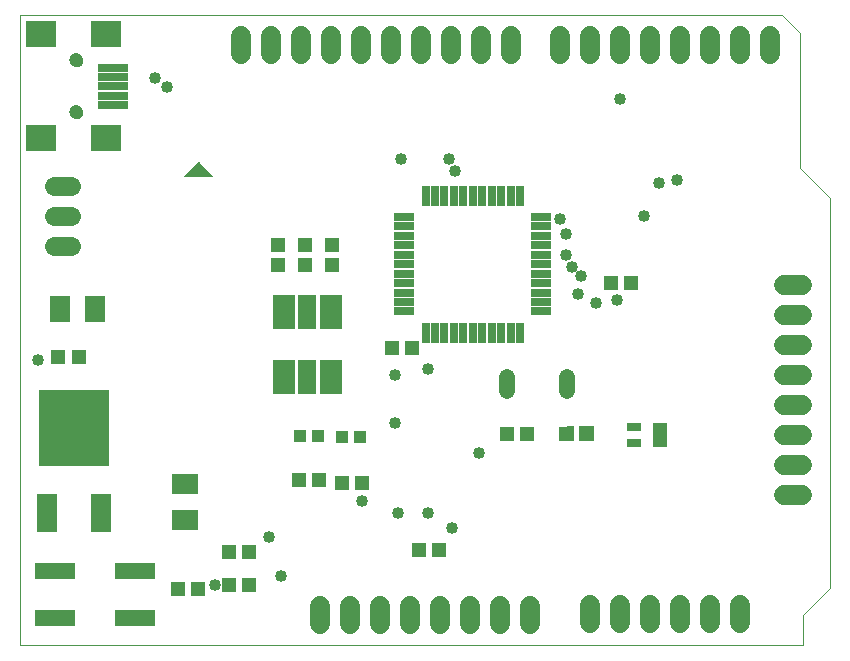
<source format=gts>
G75*
%MOIN*%
%OFA0B0*%
%FSLAX24Y24*%
%IPPOS*%
%LPD*%
%AMOC8*
5,1,8,0,0,1.08239X$1,22.5*
%
%ADD10C,0.0000*%
%ADD11R,0.0277X0.0671*%
%ADD12R,0.0671X0.0277*%
%ADD13R,0.0474X0.0513*%
%ADD14R,0.0395X0.0395*%
%ADD15R,0.0513X0.0474*%
%ADD16C,0.0520*%
%ADD17R,0.1025X0.0867*%
%ADD18R,0.0989X0.0277*%
%ADD19C,0.0474*%
%ADD20R,0.2363X0.2521*%
%ADD21R,0.0710X0.1261*%
%ADD22C,0.0640*%
%ADD23R,0.1340X0.0552*%
%ADD24R,0.0867X0.0671*%
%ADD25R,0.0671X0.0867*%
%ADD26R,0.0493X0.0505*%
%ADD27C,0.0680*%
%ADD28C,0.0001*%
%ADD29R,0.0454X0.0257*%
%ADD30R,0.0749X0.1143*%
%ADD31R,0.0592X0.1143*%
%ADD32C,0.0398*%
D10*
X000459Y000363D02*
X000459Y021363D01*
X025859Y021363D01*
X026459Y020763D01*
X026459Y016263D01*
X027459Y015263D01*
X027459Y002263D01*
X026559Y001363D01*
X026559Y000363D01*
X000459Y000363D01*
X005905Y015993D02*
X006844Y015993D01*
X006394Y016462D01*
X005905Y015993D01*
X002133Y018125D02*
X002135Y018152D01*
X002141Y018179D01*
X002150Y018205D01*
X002163Y018229D01*
X002179Y018252D01*
X002198Y018271D01*
X002220Y018288D01*
X002244Y018302D01*
X002269Y018312D01*
X002296Y018319D01*
X002323Y018322D01*
X002351Y018321D01*
X002378Y018316D01*
X002404Y018308D01*
X002428Y018296D01*
X002451Y018280D01*
X002472Y018262D01*
X002489Y018241D01*
X002504Y018217D01*
X002515Y018192D01*
X002523Y018166D01*
X002527Y018139D01*
X002527Y018111D01*
X002523Y018084D01*
X002515Y018058D01*
X002504Y018033D01*
X002489Y018009D01*
X002472Y017988D01*
X002451Y017970D01*
X002429Y017954D01*
X002404Y017942D01*
X002378Y017934D01*
X002351Y017929D01*
X002323Y017928D01*
X002296Y017931D01*
X002269Y017938D01*
X002244Y017948D01*
X002220Y017962D01*
X002198Y017979D01*
X002179Y017998D01*
X002163Y018021D01*
X002150Y018045D01*
X002141Y018071D01*
X002135Y018098D01*
X002133Y018125D01*
X002133Y019857D02*
X002135Y019884D01*
X002141Y019911D01*
X002150Y019937D01*
X002163Y019961D01*
X002179Y019984D01*
X002198Y020003D01*
X002220Y020020D01*
X002244Y020034D01*
X002269Y020044D01*
X002296Y020051D01*
X002323Y020054D01*
X002351Y020053D01*
X002378Y020048D01*
X002404Y020040D01*
X002428Y020028D01*
X002451Y020012D01*
X002472Y019994D01*
X002489Y019973D01*
X002504Y019949D01*
X002515Y019924D01*
X002523Y019898D01*
X002527Y019871D01*
X002527Y019843D01*
X002523Y019816D01*
X002515Y019790D01*
X002504Y019765D01*
X002489Y019741D01*
X002472Y019720D01*
X002451Y019702D01*
X002429Y019686D01*
X002404Y019674D01*
X002378Y019666D01*
X002351Y019661D01*
X002323Y019660D01*
X002296Y019663D01*
X002269Y019670D01*
X002244Y019680D01*
X002220Y019694D01*
X002198Y019711D01*
X002179Y019730D01*
X002163Y019753D01*
X002150Y019777D01*
X002141Y019803D01*
X002135Y019830D01*
X002133Y019857D01*
D11*
X013968Y015349D03*
X014283Y015349D03*
X014598Y015349D03*
X014913Y015349D03*
X015228Y015349D03*
X015543Y015349D03*
X015858Y015349D03*
X016173Y015349D03*
X016488Y015349D03*
X016803Y015349D03*
X017118Y015349D03*
X017118Y010782D03*
X016803Y010782D03*
X016488Y010782D03*
X016173Y010782D03*
X015858Y010782D03*
X015543Y010782D03*
X015228Y010782D03*
X014913Y010782D03*
X014598Y010782D03*
X014283Y010782D03*
X013968Y010782D03*
D12*
X013259Y011490D03*
X013259Y011805D03*
X013259Y012120D03*
X013259Y012435D03*
X013259Y012750D03*
X013259Y013065D03*
X013259Y013380D03*
X013259Y013695D03*
X013259Y014010D03*
X013259Y014325D03*
X013259Y014640D03*
X017826Y014640D03*
X017826Y014325D03*
X017826Y014010D03*
X017826Y013695D03*
X017826Y013380D03*
X017826Y013065D03*
X017826Y012750D03*
X017826Y012435D03*
X017826Y012120D03*
X017826Y011805D03*
X017826Y011490D03*
D13*
X013509Y010264D03*
X012840Y010264D03*
X010415Y005861D03*
X009746Y005861D03*
X008093Y003463D03*
X007424Y003463D03*
X007424Y002363D03*
X008093Y002363D03*
X006378Y002253D03*
X005708Y002253D03*
D14*
X009789Y007326D03*
X010380Y007326D03*
X011199Y007307D03*
X011789Y007307D03*
D15*
X011856Y005775D03*
X011187Y005775D03*
X013741Y003533D03*
X014410Y003533D03*
X016676Y007395D03*
X017346Y007395D03*
G36*
X018407Y007652D02*
X018918Y007655D01*
X018921Y007182D01*
X018410Y007179D01*
X018407Y007652D01*
G37*
G36*
X019077Y007657D02*
X019588Y007660D01*
X019591Y007187D01*
X019080Y007184D01*
X019077Y007657D01*
G37*
X020149Y012454D03*
X020818Y012454D03*
X010859Y013028D03*
X010859Y013697D03*
X009959Y013697D03*
X009959Y013028D03*
X009059Y013028D03*
X009059Y013697D03*
D16*
X016698Y009289D02*
X016698Y008849D01*
X018698Y008849D02*
X018698Y009289D01*
D17*
X003314Y017258D03*
X001149Y017258D03*
X001149Y020723D03*
X003314Y020723D03*
D18*
X003536Y019621D03*
X003536Y019306D03*
X003536Y018991D03*
X003536Y018676D03*
X003536Y018361D03*
D19*
X002330Y018125D03*
X002330Y019857D03*
D20*
X002259Y007600D03*
D21*
X003156Y004773D03*
X001361Y004773D03*
D22*
X001579Y013663D02*
X002139Y013663D01*
X002139Y014663D02*
X001579Y014663D01*
X001579Y015663D02*
X002139Y015663D01*
D23*
X001620Y002850D03*
X001620Y001275D03*
X004297Y001275D03*
X004297Y002850D03*
D24*
X005955Y004554D03*
X005955Y005735D03*
D25*
X002949Y011563D03*
X001768Y011563D03*
D26*
X001714Y009963D03*
X002403Y009963D03*
D27*
X010458Y001669D02*
X010458Y001069D01*
X011458Y001069D02*
X011458Y001669D01*
X012458Y001669D02*
X012458Y001069D01*
X013458Y001069D02*
X013458Y001669D01*
X014458Y001669D02*
X014458Y001069D01*
X015458Y001069D02*
X015458Y001669D01*
X016458Y001669D02*
X016458Y001069D01*
X017458Y001069D02*
X017458Y001669D01*
X019462Y001689D02*
X019462Y001089D01*
X020462Y001089D02*
X020462Y001689D01*
X021462Y001689D02*
X021462Y001089D01*
X022462Y001089D02*
X022462Y001689D01*
X023462Y001689D02*
X023462Y001089D01*
X024462Y001089D02*
X024462Y001689D01*
X025925Y005368D02*
X026525Y005368D01*
X026525Y006368D02*
X025925Y006368D01*
X025925Y007368D02*
X026525Y007368D01*
X026525Y008368D02*
X025925Y008368D01*
X025925Y009368D02*
X026525Y009368D01*
X026525Y010368D02*
X025925Y010368D01*
X025925Y011368D02*
X026525Y011368D01*
X026525Y012368D02*
X025925Y012368D01*
X025462Y020077D02*
X025462Y020677D01*
X024462Y020677D02*
X024462Y020077D01*
X023462Y020077D02*
X023462Y020677D01*
X022462Y020677D02*
X022462Y020077D01*
X021462Y020077D02*
X021462Y020677D01*
X020462Y020677D02*
X020462Y020077D01*
X019462Y020077D02*
X019462Y020677D01*
X018462Y020677D02*
X018462Y020077D01*
X016829Y020077D02*
X016829Y020677D01*
X015829Y020677D02*
X015829Y020077D01*
X014829Y020077D02*
X014829Y020677D01*
X013829Y020677D02*
X013829Y020077D01*
X012829Y020077D02*
X012829Y020677D01*
X011829Y020677D02*
X011829Y020077D01*
X010829Y020077D02*
X010829Y020677D01*
X009829Y020677D02*
X009829Y020077D01*
X008829Y020077D02*
X008829Y020677D01*
X007829Y020677D02*
X007829Y020077D01*
D28*
X006393Y016462D02*
X006395Y016462D01*
X006396Y016461D02*
X006392Y016461D01*
X006391Y016460D02*
X006397Y016460D01*
X006398Y016459D02*
X006390Y016459D01*
X006389Y016458D02*
X006399Y016458D01*
X006400Y016457D02*
X006388Y016457D01*
X006387Y016456D02*
X006401Y016456D01*
X006402Y016455D02*
X006386Y016455D01*
X006385Y016454D02*
X006403Y016454D01*
X006403Y016453D02*
X006384Y016453D01*
X006383Y016452D02*
X006404Y016452D01*
X006405Y016451D02*
X006382Y016451D01*
X006381Y016450D02*
X006406Y016450D01*
X006407Y016449D02*
X006380Y016449D01*
X006379Y016448D02*
X006408Y016448D01*
X006409Y016447D02*
X006378Y016447D01*
X006377Y016446D02*
X006410Y016446D01*
X006411Y016445D02*
X006376Y016445D01*
X006375Y016444D02*
X006412Y016444D01*
X006413Y016443D02*
X006374Y016443D01*
X006373Y016442D02*
X006414Y016442D01*
X006415Y016441D02*
X006372Y016441D01*
X006371Y016440D02*
X006416Y016440D01*
X006417Y016439D02*
X006370Y016439D01*
X006368Y016438D02*
X006418Y016438D01*
X006419Y016437D02*
X006367Y016437D01*
X006366Y016436D02*
X006420Y016436D01*
X006421Y016435D02*
X006365Y016435D01*
X006364Y016434D02*
X006422Y016434D01*
X006423Y016433D02*
X006363Y016433D01*
X006362Y016432D02*
X006424Y016432D01*
X006425Y016431D02*
X006361Y016431D01*
X006360Y016430D02*
X006425Y016430D01*
X006426Y016429D02*
X006359Y016429D01*
X006358Y016428D02*
X006427Y016428D01*
X006428Y016427D02*
X006357Y016427D01*
X006356Y016426D02*
X006429Y016426D01*
X006430Y016425D02*
X006355Y016425D01*
X006354Y016424D02*
X006431Y016424D01*
X006432Y016423D02*
X006353Y016423D01*
X006352Y016422D02*
X006433Y016422D01*
X006434Y016421D02*
X006351Y016421D01*
X006350Y016420D02*
X006435Y016420D01*
X006436Y016419D02*
X006349Y016419D01*
X006348Y016418D02*
X006437Y016418D01*
X006438Y016417D02*
X006347Y016417D01*
X006346Y016416D02*
X006439Y016416D01*
X006440Y016415D02*
X006345Y016415D01*
X006343Y016414D02*
X006441Y016414D01*
X006442Y016413D02*
X006342Y016413D01*
X006341Y016412D02*
X006443Y016412D01*
X006444Y016411D02*
X006340Y016411D01*
X006339Y016410D02*
X006445Y016410D01*
X006446Y016409D02*
X006338Y016409D01*
X006337Y016408D02*
X006447Y016408D01*
X006447Y016407D02*
X006336Y016407D01*
X006335Y016406D02*
X006448Y016406D01*
X006449Y016405D02*
X006334Y016405D01*
X006333Y016404D02*
X006450Y016404D01*
X006451Y016403D02*
X006332Y016403D01*
X006331Y016402D02*
X006452Y016402D01*
X006453Y016401D02*
X006330Y016401D01*
X006329Y016400D02*
X006454Y016400D01*
X006455Y016399D02*
X006328Y016399D01*
X006327Y016398D02*
X006456Y016398D01*
X006457Y016397D02*
X006326Y016397D01*
X006325Y016396D02*
X006458Y016396D01*
X006459Y016395D02*
X006324Y016395D01*
X006323Y016394D02*
X006460Y016394D01*
X006461Y016393D02*
X006322Y016393D01*
X006321Y016392D02*
X006462Y016392D01*
X006463Y016391D02*
X006320Y016391D01*
X006319Y016390D02*
X006464Y016390D01*
X006465Y016389D02*
X006317Y016389D01*
X006316Y016388D02*
X006466Y016388D01*
X006467Y016387D02*
X006315Y016387D01*
X006314Y016386D02*
X006468Y016386D01*
X006469Y016385D02*
X006313Y016385D01*
X006312Y016384D02*
X006469Y016384D01*
X006470Y016383D02*
X006311Y016383D01*
X006310Y016382D02*
X006471Y016382D01*
X006472Y016381D02*
X006309Y016381D01*
X006308Y016380D02*
X006473Y016380D01*
X006474Y016379D02*
X006307Y016379D01*
X006306Y016378D02*
X006475Y016378D01*
X006476Y016377D02*
X006305Y016377D01*
X006304Y016376D02*
X006477Y016376D01*
X006478Y016375D02*
X006303Y016375D01*
X006302Y016374D02*
X006479Y016374D01*
X006480Y016373D02*
X006301Y016373D01*
X006300Y016372D02*
X006481Y016372D01*
X006482Y016371D02*
X006299Y016371D01*
X006298Y016370D02*
X006483Y016370D01*
X006484Y016369D02*
X006297Y016369D01*
X006296Y016368D02*
X006485Y016368D01*
X006486Y016367D02*
X006295Y016367D01*
X006294Y016366D02*
X006487Y016366D01*
X006488Y016365D02*
X006292Y016365D01*
X006291Y016364D02*
X006489Y016364D01*
X006490Y016363D02*
X006290Y016363D01*
X006289Y016362D02*
X006491Y016362D01*
X006491Y016361D02*
X006288Y016361D01*
X006287Y016360D02*
X006492Y016360D01*
X006493Y016359D02*
X006286Y016359D01*
X006285Y016358D02*
X006494Y016358D01*
X006495Y016357D02*
X006284Y016357D01*
X006283Y016356D02*
X006496Y016356D01*
X006497Y016355D02*
X006282Y016355D01*
X006281Y016354D02*
X006498Y016354D01*
X006499Y016353D02*
X006280Y016353D01*
X006279Y016352D02*
X006500Y016352D01*
X006501Y016351D02*
X006278Y016351D01*
X006277Y016350D02*
X006502Y016350D01*
X006503Y016349D02*
X006276Y016349D01*
X006275Y016348D02*
X006504Y016348D01*
X006505Y016347D02*
X006274Y016347D01*
X006273Y016346D02*
X006506Y016346D01*
X006507Y016345D02*
X006272Y016345D01*
X006271Y016344D02*
X006508Y016344D01*
X006509Y016343D02*
X006270Y016343D01*
X006269Y016342D02*
X006510Y016342D01*
X006511Y016341D02*
X006267Y016341D01*
X006266Y016340D02*
X006512Y016340D01*
X006513Y016339D02*
X006265Y016339D01*
X006264Y016338D02*
X006513Y016338D01*
X006514Y016337D02*
X006263Y016337D01*
X006262Y016336D02*
X006515Y016336D01*
X006516Y016335D02*
X006261Y016335D01*
X006260Y016334D02*
X006517Y016334D01*
X006518Y016333D02*
X006259Y016333D01*
X006258Y016332D02*
X006519Y016332D01*
X006520Y016331D02*
X006257Y016331D01*
X006256Y016330D02*
X006521Y016330D01*
X006522Y016329D02*
X006255Y016329D01*
X006254Y016328D02*
X006523Y016328D01*
X006524Y016327D02*
X006253Y016327D01*
X006252Y016326D02*
X006525Y016326D01*
X006526Y016325D02*
X006251Y016325D01*
X006250Y016324D02*
X006527Y016324D01*
X006528Y016323D02*
X006249Y016323D01*
X006248Y016322D02*
X006529Y016322D01*
X006530Y016321D02*
X006247Y016321D01*
X006246Y016320D02*
X006531Y016320D01*
X006532Y016319D02*
X006245Y016319D01*
X006244Y016318D02*
X006533Y016318D01*
X006534Y016317D02*
X006242Y016317D01*
X006241Y016316D02*
X006535Y016316D01*
X006536Y016315D02*
X006240Y016315D01*
X006239Y016314D02*
X006536Y016314D01*
X006537Y016313D02*
X006238Y016313D01*
X006237Y016312D02*
X006538Y016312D01*
X006539Y016311D02*
X006236Y016311D01*
X006235Y016310D02*
X006540Y016310D01*
X006541Y016309D02*
X006234Y016309D01*
X006233Y016308D02*
X006542Y016308D01*
X006543Y016307D02*
X006232Y016307D01*
X006231Y016306D02*
X006544Y016306D01*
X006545Y016305D02*
X006230Y016305D01*
X006229Y016304D02*
X006546Y016304D01*
X006547Y016303D02*
X006228Y016303D01*
X006227Y016302D02*
X006548Y016302D01*
X006549Y016301D02*
X006226Y016301D01*
X006225Y016300D02*
X006550Y016300D01*
X006551Y016299D02*
X006224Y016299D01*
X006223Y016298D02*
X006552Y016298D01*
X006553Y016297D02*
X006222Y016297D01*
X006221Y016296D02*
X006554Y016296D01*
X006555Y016295D02*
X006220Y016295D01*
X006219Y016294D02*
X006556Y016294D01*
X006557Y016293D02*
X006218Y016293D01*
X006216Y016292D02*
X006558Y016292D01*
X006558Y016291D02*
X006215Y016291D01*
X006214Y016290D02*
X006559Y016290D01*
X006560Y016289D02*
X006213Y016289D01*
X006212Y016288D02*
X006561Y016288D01*
X006562Y016287D02*
X006211Y016287D01*
X006210Y016286D02*
X006563Y016286D01*
X006564Y016285D02*
X006209Y016285D01*
X006208Y016284D02*
X006565Y016284D01*
X006566Y016283D02*
X006207Y016283D01*
X006206Y016282D02*
X006567Y016282D01*
X006568Y016281D02*
X006205Y016281D01*
X006204Y016280D02*
X006569Y016280D01*
X006570Y016279D02*
X006203Y016279D01*
X006202Y016278D02*
X006571Y016278D01*
X006572Y016277D02*
X006201Y016277D01*
X006200Y016276D02*
X006573Y016276D01*
X006574Y016275D02*
X006199Y016275D01*
X006198Y016274D02*
X006575Y016274D01*
X006576Y016273D02*
X006197Y016273D01*
X006196Y016272D02*
X006577Y016272D01*
X006578Y016271D02*
X006195Y016271D01*
X006194Y016270D02*
X006579Y016270D01*
X006580Y016269D02*
X006193Y016269D01*
X006191Y016268D02*
X006580Y016268D01*
X006581Y016267D02*
X006190Y016267D01*
X006189Y016266D02*
X006582Y016266D01*
X006583Y016265D02*
X006188Y016265D01*
X006187Y016264D02*
X006584Y016264D01*
X006585Y016263D02*
X006186Y016263D01*
X006185Y016262D02*
X006586Y016262D01*
X006587Y016261D02*
X006184Y016261D01*
X006183Y016260D02*
X006588Y016260D01*
X006589Y016259D02*
X006182Y016259D01*
X006181Y016258D02*
X006590Y016258D01*
X006591Y016257D02*
X006180Y016257D01*
X006179Y016256D02*
X006592Y016256D01*
X006593Y016255D02*
X006178Y016255D01*
X006177Y016254D02*
X006594Y016254D01*
X006595Y016253D02*
X006176Y016253D01*
X006175Y016252D02*
X006596Y016252D01*
X006597Y016251D02*
X006174Y016251D01*
X006173Y016250D02*
X006598Y016250D01*
X006599Y016249D02*
X006172Y016249D01*
X006171Y016248D02*
X006600Y016248D01*
X006601Y016247D02*
X006170Y016247D01*
X006169Y016246D02*
X006602Y016246D01*
X006602Y016245D02*
X006168Y016245D01*
X006166Y016244D02*
X006603Y016244D01*
X006604Y016243D02*
X006165Y016243D01*
X006164Y016242D02*
X006605Y016242D01*
X006606Y016241D02*
X006163Y016241D01*
X006162Y016240D02*
X006607Y016240D01*
X006608Y016239D02*
X006161Y016239D01*
X006160Y016238D02*
X006609Y016238D01*
X006610Y016237D02*
X006159Y016237D01*
X006158Y016236D02*
X006611Y016236D01*
X006612Y016235D02*
X006157Y016235D01*
X006156Y016234D02*
X006613Y016234D01*
X006614Y016233D02*
X006155Y016233D01*
X006154Y016232D02*
X006615Y016232D01*
X006616Y016231D02*
X006153Y016231D01*
X006152Y016230D02*
X006617Y016230D01*
X006618Y016229D02*
X006151Y016229D01*
X006150Y016228D02*
X006619Y016228D01*
X006620Y016227D02*
X006149Y016227D01*
X006148Y016226D02*
X006621Y016226D01*
X006622Y016225D02*
X006147Y016225D01*
X006146Y016224D02*
X006623Y016224D01*
X006624Y016223D02*
X006145Y016223D01*
X006144Y016222D02*
X006624Y016222D01*
X006625Y016221D02*
X006143Y016221D01*
X006141Y016220D02*
X006626Y016220D01*
X006627Y016219D02*
X006140Y016219D01*
X006139Y016218D02*
X006628Y016218D01*
X006629Y016217D02*
X006138Y016217D01*
X006137Y016216D02*
X006630Y016216D01*
X006631Y016215D02*
X006136Y016215D01*
X006135Y016214D02*
X006632Y016214D01*
X006633Y016213D02*
X006134Y016213D01*
X006133Y016212D02*
X006634Y016212D01*
X006635Y016211D02*
X006132Y016211D01*
X006131Y016210D02*
X006636Y016210D01*
X006637Y016209D02*
X006130Y016209D01*
X006129Y016208D02*
X006638Y016208D01*
X006639Y016207D02*
X006128Y016207D01*
X006127Y016206D02*
X006640Y016206D01*
X006641Y016205D02*
X006126Y016205D01*
X006125Y016204D02*
X006642Y016204D01*
X006643Y016203D02*
X006124Y016203D01*
X006123Y016202D02*
X006644Y016202D01*
X006645Y016201D02*
X006122Y016201D01*
X006121Y016200D02*
X006646Y016200D01*
X006646Y016199D02*
X006120Y016199D01*
X006119Y016198D02*
X006647Y016198D01*
X006648Y016197D02*
X006118Y016197D01*
X006117Y016196D02*
X006649Y016196D01*
X006650Y016195D02*
X006115Y016195D01*
X006114Y016194D02*
X006651Y016194D01*
X006652Y016193D02*
X006113Y016193D01*
X006112Y016192D02*
X006653Y016192D01*
X006654Y016191D02*
X006111Y016191D01*
X006110Y016190D02*
X006655Y016190D01*
X006656Y016189D02*
X006109Y016189D01*
X006108Y016188D02*
X006657Y016188D01*
X006658Y016187D02*
X006107Y016187D01*
X006106Y016186D02*
X006659Y016186D01*
X006660Y016185D02*
X006105Y016185D01*
X006104Y016184D02*
X006661Y016184D01*
X006662Y016183D02*
X006103Y016183D01*
X006102Y016182D02*
X006663Y016182D01*
X006664Y016181D02*
X006101Y016181D01*
X006100Y016180D02*
X006665Y016180D01*
X006666Y016179D02*
X006099Y016179D01*
X006098Y016178D02*
X006667Y016178D01*
X006668Y016177D02*
X006097Y016177D01*
X006096Y016176D02*
X006668Y016176D01*
X006669Y016175D02*
X006095Y016175D01*
X006094Y016174D02*
X006670Y016174D01*
X006671Y016173D02*
X006093Y016173D01*
X006092Y016172D02*
X006672Y016172D01*
X006673Y016171D02*
X006090Y016171D01*
X006089Y016170D02*
X006674Y016170D01*
X006675Y016169D02*
X006088Y016169D01*
X006087Y016168D02*
X006676Y016168D01*
X006677Y016167D02*
X006086Y016167D01*
X006085Y016166D02*
X006678Y016166D01*
X006679Y016165D02*
X006084Y016165D01*
X006083Y016164D02*
X006680Y016164D01*
X006681Y016163D02*
X006082Y016163D01*
X006081Y016162D02*
X006682Y016162D01*
X006683Y016161D02*
X006080Y016161D01*
X006079Y016160D02*
X006684Y016160D01*
X006685Y016159D02*
X006078Y016159D01*
X006077Y016158D02*
X006686Y016158D01*
X006687Y016157D02*
X006076Y016157D01*
X006075Y016156D02*
X006688Y016156D01*
X006689Y016155D02*
X006074Y016155D01*
X006073Y016154D02*
X006690Y016154D01*
X006691Y016153D02*
X006072Y016153D01*
X006071Y016152D02*
X006691Y016152D01*
X006692Y016151D02*
X006070Y016151D01*
X006069Y016150D02*
X006693Y016150D01*
X006694Y016149D02*
X006068Y016149D01*
X006067Y016148D02*
X006695Y016148D01*
X006696Y016147D02*
X006065Y016147D01*
X006064Y016146D02*
X006697Y016146D01*
X006698Y016145D02*
X006063Y016145D01*
X006062Y016144D02*
X006699Y016144D01*
X006700Y016143D02*
X006061Y016143D01*
X006060Y016142D02*
X006701Y016142D01*
X006702Y016141D02*
X006059Y016141D01*
X006058Y016140D02*
X006703Y016140D01*
X006704Y016139D02*
X006057Y016139D01*
X006056Y016138D02*
X006705Y016138D01*
X006706Y016137D02*
X006055Y016137D01*
X006054Y016136D02*
X006707Y016136D01*
X006708Y016135D02*
X006053Y016135D01*
X006052Y016134D02*
X006709Y016134D01*
X006710Y016133D02*
X006051Y016133D01*
X006050Y016132D02*
X006711Y016132D01*
X006712Y016131D02*
X006049Y016131D01*
X006048Y016130D02*
X006713Y016130D01*
X006713Y016129D02*
X006047Y016129D01*
X006046Y016128D02*
X006714Y016128D01*
X006715Y016127D02*
X006045Y016127D01*
X006044Y016126D02*
X006716Y016126D01*
X006717Y016125D02*
X006043Y016125D01*
X006042Y016124D02*
X006718Y016124D01*
X006719Y016123D02*
X006040Y016123D01*
X006039Y016122D02*
X006720Y016122D01*
X006721Y016121D02*
X006038Y016121D01*
X006037Y016120D02*
X006722Y016120D01*
X006723Y016119D02*
X006036Y016119D01*
X006035Y016118D02*
X006724Y016118D01*
X006725Y016117D02*
X006034Y016117D01*
X006033Y016116D02*
X006726Y016116D01*
X006727Y016115D02*
X006032Y016115D01*
X006031Y016114D02*
X006728Y016114D01*
X006729Y016113D02*
X006030Y016113D01*
X006029Y016112D02*
X006730Y016112D01*
X006731Y016111D02*
X006028Y016111D01*
X006027Y016110D02*
X006732Y016110D01*
X006733Y016109D02*
X006026Y016109D01*
X006025Y016108D02*
X006734Y016108D01*
X006735Y016107D02*
X006024Y016107D01*
X006023Y016106D02*
X006735Y016106D01*
X006736Y016105D02*
X006022Y016105D01*
X006021Y016104D02*
X006737Y016104D01*
X006738Y016103D02*
X006020Y016103D01*
X006019Y016102D02*
X006739Y016102D01*
X006740Y016101D02*
X006018Y016101D01*
X006017Y016100D02*
X006741Y016100D01*
X006742Y016099D02*
X006016Y016099D01*
X006014Y016098D02*
X006743Y016098D01*
X006744Y016097D02*
X006013Y016097D01*
X006012Y016096D02*
X006745Y016096D01*
X006746Y016095D02*
X006011Y016095D01*
X006010Y016094D02*
X006747Y016094D01*
X006748Y016093D02*
X006009Y016093D01*
X006008Y016092D02*
X006749Y016092D01*
X006750Y016091D02*
X006007Y016091D01*
X006006Y016090D02*
X006751Y016090D01*
X006752Y016089D02*
X006005Y016089D01*
X006004Y016088D02*
X006753Y016088D01*
X006754Y016087D02*
X006003Y016087D01*
X006002Y016086D02*
X006755Y016086D01*
X006756Y016085D02*
X006001Y016085D01*
X006000Y016084D02*
X006757Y016084D01*
X006757Y016083D02*
X005999Y016083D01*
X005998Y016082D02*
X006758Y016082D01*
X006759Y016081D02*
X005997Y016081D01*
X005996Y016080D02*
X006760Y016080D01*
X006761Y016079D02*
X005995Y016079D01*
X005994Y016078D02*
X006762Y016078D01*
X006763Y016077D02*
X005993Y016077D01*
X005992Y016076D02*
X006764Y016076D01*
X006765Y016075D02*
X005991Y016075D01*
X005989Y016074D02*
X006766Y016074D01*
X006767Y016073D02*
X005988Y016073D01*
X005987Y016072D02*
X006768Y016072D01*
X006769Y016071D02*
X005986Y016071D01*
X005985Y016070D02*
X006770Y016070D01*
X006771Y016069D02*
X005984Y016069D01*
X005983Y016068D02*
X006772Y016068D01*
X006773Y016067D02*
X005982Y016067D01*
X005981Y016066D02*
X006774Y016066D01*
X006775Y016065D02*
X005980Y016065D01*
X005979Y016064D02*
X006776Y016064D01*
X006777Y016063D02*
X005978Y016063D01*
X005977Y016062D02*
X006778Y016062D01*
X006779Y016061D02*
X005976Y016061D01*
X005975Y016060D02*
X006779Y016060D01*
X006780Y016059D02*
X005974Y016059D01*
X005973Y016058D02*
X006781Y016058D01*
X006782Y016057D02*
X005972Y016057D01*
X005971Y016056D02*
X006783Y016056D01*
X006784Y016055D02*
X005970Y016055D01*
X005969Y016054D02*
X006785Y016054D01*
X006786Y016053D02*
X005968Y016053D01*
X005967Y016052D02*
X006787Y016052D01*
X006788Y016051D02*
X005966Y016051D01*
X005964Y016050D02*
X006789Y016050D01*
X006790Y016049D02*
X005963Y016049D01*
X005962Y016048D02*
X006791Y016048D01*
X006792Y016047D02*
X005961Y016047D01*
X005960Y016046D02*
X006793Y016046D01*
X006794Y016045D02*
X005959Y016045D01*
X005958Y016044D02*
X006795Y016044D01*
X006796Y016043D02*
X005957Y016043D01*
X005956Y016042D02*
X006797Y016042D01*
X006798Y016041D02*
X005955Y016041D01*
X005954Y016040D02*
X006799Y016040D01*
X006800Y016039D02*
X005953Y016039D01*
X005952Y016038D02*
X006801Y016038D01*
X006801Y016037D02*
X005951Y016037D01*
X005950Y016036D02*
X006802Y016036D01*
X006803Y016035D02*
X005949Y016035D01*
X005948Y016034D02*
X006804Y016034D01*
X006805Y016033D02*
X005947Y016033D01*
X005946Y016032D02*
X006806Y016032D01*
X006807Y016031D02*
X005945Y016031D01*
X005944Y016030D02*
X006808Y016030D01*
X006809Y016029D02*
X005943Y016029D01*
X005942Y016028D02*
X006810Y016028D01*
X006811Y016027D02*
X005941Y016027D01*
X005939Y016026D02*
X006812Y016026D01*
X006813Y016025D02*
X005938Y016025D01*
X005937Y016024D02*
X006814Y016024D01*
X006815Y016023D02*
X005936Y016023D01*
X005935Y016022D02*
X006816Y016022D01*
X006817Y016021D02*
X005934Y016021D01*
X005933Y016020D02*
X006818Y016020D01*
X006819Y016019D02*
X005932Y016019D01*
X005931Y016018D02*
X006820Y016018D01*
X006821Y016017D02*
X005930Y016017D01*
X005929Y016016D02*
X006822Y016016D01*
X006823Y016015D02*
X005928Y016015D01*
X005927Y016014D02*
X006824Y016014D01*
X006824Y016013D02*
X005926Y016013D01*
X005925Y016012D02*
X006825Y016012D01*
X006826Y016011D02*
X005924Y016011D01*
X005923Y016010D02*
X006827Y016010D01*
X006828Y016009D02*
X005922Y016009D01*
X005921Y016008D02*
X006829Y016008D01*
X006830Y016007D02*
X005920Y016007D01*
X005919Y016006D02*
X006831Y016006D01*
X006832Y016005D02*
X005918Y016005D01*
X005917Y016004D02*
X006833Y016004D01*
X006834Y016003D02*
X005916Y016003D01*
X005915Y016002D02*
X006835Y016002D01*
X006836Y016001D02*
X005913Y016001D01*
X005912Y016000D02*
X006837Y016000D01*
X006838Y015999D02*
X005911Y015999D01*
X005910Y015998D02*
X006839Y015998D01*
X006840Y015997D02*
X005909Y015997D01*
X005908Y015996D02*
X006841Y015996D01*
X006842Y015995D02*
X005907Y015995D01*
X005906Y015994D02*
X006843Y015994D01*
X006844Y015993D02*
X005905Y015993D01*
D29*
X020929Y007622D03*
X020929Y007111D03*
X021796Y007111D03*
X021796Y007367D03*
X021796Y007622D03*
D30*
X010803Y009300D03*
X009244Y009300D03*
X009248Y011465D03*
X010803Y011465D03*
D31*
X010027Y011465D03*
X010023Y009300D03*
D32*
X012959Y009363D03*
X014059Y009563D03*
X012959Y007763D03*
X015759Y006763D03*
X014059Y004763D03*
X014859Y004263D03*
X013059Y004763D03*
X011859Y005163D03*
X008759Y003963D03*
X009159Y002663D03*
X006959Y002363D03*
X001059Y009863D03*
X005359Y018963D03*
X004959Y019263D03*
X013159Y016563D03*
X014759Y016563D03*
X014959Y016163D03*
X018459Y014563D03*
X018659Y014063D03*
X018659Y013363D03*
X018859Y012963D03*
X019159Y012663D03*
X019059Y012063D03*
X019659Y011763D03*
X020359Y011863D03*
X021259Y014663D03*
X021759Y015763D03*
X022359Y015863D03*
X020459Y018563D03*
M02*

</source>
